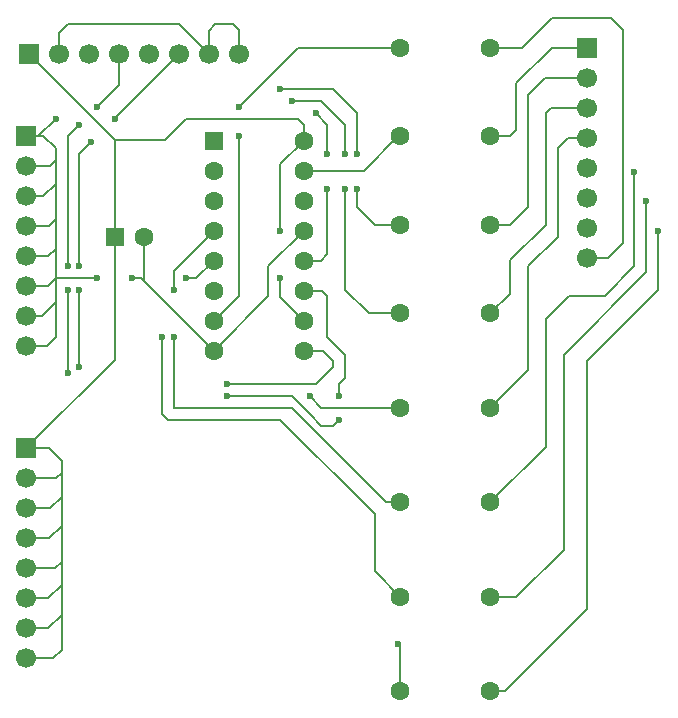
<source format=gbr>
%TF.GenerationSoftware,KiCad,Pcbnew,9.0.4*%
%TF.CreationDate,2025-09-14T11:05:21+01:00*%
%TF.ProjectId,sipo,7369706f-2e6b-4696-9361-645f70636258,rev?*%
%TF.SameCoordinates,Original*%
%TF.FileFunction,Copper,L1,Top*%
%TF.FilePolarity,Positive*%
%FSLAX46Y46*%
G04 Gerber Fmt 4.6, Leading zero omitted, Abs format (unit mm)*
G04 Created by KiCad (PCBNEW 9.0.4) date 2025-09-14 11:05:21*
%MOMM*%
%LPD*%
G01*
G04 APERTURE LIST*
G04 Aperture macros list*
%AMRoundRect*
0 Rectangle with rounded corners*
0 $1 Rounding radius*
0 $2 $3 $4 $5 $6 $7 $8 $9 X,Y pos of 4 corners*
0 Add a 4 corners polygon primitive as box body*
4,1,4,$2,$3,$4,$5,$6,$7,$8,$9,$2,$3,0*
0 Add four circle primitives for the rounded corners*
1,1,$1+$1,$2,$3*
1,1,$1+$1,$4,$5*
1,1,$1+$1,$6,$7*
1,1,$1+$1,$8,$9*
0 Add four rect primitives between the rounded corners*
20,1,$1+$1,$2,$3,$4,$5,0*
20,1,$1+$1,$4,$5,$6,$7,0*
20,1,$1+$1,$6,$7,$8,$9,0*
20,1,$1+$1,$8,$9,$2,$3,0*%
G04 Aperture macros list end*
%TA.AperFunction,ComponentPad*%
%ADD10RoundRect,0.250000X-0.550000X-0.550000X0.550000X-0.550000X0.550000X0.550000X-0.550000X0.550000X0*%
%TD*%
%TA.AperFunction,ComponentPad*%
%ADD11C,1.600000*%
%TD*%
%TA.AperFunction,ComponentPad*%
%ADD12R,1.700000X1.700000*%
%TD*%
%TA.AperFunction,ComponentPad*%
%ADD13C,1.700000*%
%TD*%
%TA.AperFunction,ViaPad*%
%ADD14C,0.600000*%
%TD*%
%TA.AperFunction,Conductor*%
%ADD15C,0.200000*%
%TD*%
G04 APERTURE END LIST*
D10*
%TO.P,C1,1*%
%TO.N,+3.3V*%
X111500000Y-74500000D03*
D11*
%TO.P,C1,2*%
%TO.N,GND*%
X114000000Y-74500000D03*
%TD*%
D12*
%TO.P,J4,1,Pin_1*%
%TO.N,+3.3V*%
X104000000Y-92420000D03*
D13*
%TO.P,J4,2,Pin_2*%
X104000000Y-94960000D03*
%TO.P,J4,3,Pin_3*%
X104000000Y-97500000D03*
%TO.P,J4,4,Pin_4*%
X104000000Y-100040000D03*
%TO.P,J4,5,Pin_5*%
X104000000Y-102580000D03*
%TO.P,J4,6,Pin_6*%
X104000000Y-105120000D03*
%TO.P,J4,7,Pin_7*%
X104000000Y-107660000D03*
%TO.P,J4,8,Pin_8*%
X104000000Y-110200000D03*
%TD*%
D12*
%TO.P,J3,1,Pin_1*%
%TO.N,GND*%
X104000000Y-65960000D03*
D13*
%TO.P,J3,2,Pin_2*%
X104000000Y-68500000D03*
%TO.P,J3,3,Pin_3*%
X104000000Y-71040000D03*
%TO.P,J3,4,Pin_4*%
X104000000Y-73580000D03*
%TO.P,J3,5,Pin_5*%
X104000000Y-76120000D03*
%TO.P,J3,6,Pin_6*%
X104000000Y-78660000D03*
%TO.P,J3,7,Pin_7*%
X104000000Y-81200000D03*
%TO.P,J3,8,Pin_8*%
X104000000Y-83740000D03*
%TD*%
D12*
%TO.P,J2,1,Pin_1*%
%TO.N,Net-(J2-Pin_1)*%
X151500000Y-58500000D03*
D13*
%TO.P,J2,2,Pin_2*%
%TO.N,Net-(J2-Pin_2)*%
X151500000Y-61040000D03*
%TO.P,J2,3,Pin_3*%
%TO.N,Net-(J2-Pin_3)*%
X151500000Y-63580000D03*
%TO.P,J2,4,Pin_4*%
%TO.N,Net-(J2-Pin_4)*%
X151500000Y-66120000D03*
%TO.P,J2,5,Pin_5*%
%TO.N,Net-(J2-Pin_5)*%
X151500000Y-68660000D03*
%TO.P,J2,6,Pin_6*%
%TO.N,Net-(J2-Pin_6)*%
X151500000Y-71200000D03*
%TO.P,J2,7,Pin_7*%
%TO.N,Net-(J2-Pin_7)*%
X151500000Y-73740000D03*
%TO.P,J2,8,Pin_8*%
%TO.N,Net-(J2-Pin_8)*%
X151500000Y-76280000D03*
%TD*%
D12*
%TO.P,J1,1,Pin_1*%
%TO.N,+3.3V*%
X104220000Y-59000000D03*
D13*
%TO.P,J1,2,Pin_2*%
%TO.N,GND*%
X106760000Y-59000000D03*
%TO.P,J1,3,Pin_3*%
%TO.N,Net-(J1-Pin_3)*%
X109300000Y-59000000D03*
%TO.P,J1,4,Pin_4*%
%TO.N,Net-(J1-Pin_4)*%
X111840000Y-59000000D03*
%TO.P,J1,5,Pin_5*%
%TO.N,Net-(J1-Pin_5)*%
X114380000Y-59000000D03*
%TO.P,J1,6,Pin_6*%
%TO.N,Net-(J1-Pin_6)*%
X116920000Y-59000000D03*
%TO.P,J1,7,Pin_7*%
%TO.N,GND*%
X119460000Y-59000000D03*
%TO.P,J1,8,Pin_8*%
X122000000Y-59000000D03*
%TD*%
D10*
%TO.P,U1,1,QB*%
%TO.N,Net-(U1-QB)*%
X119880000Y-66380000D03*
D11*
%TO.P,U1,2,QC*%
%TO.N,Net-(U1-QC)*%
X119880000Y-68920000D03*
%TO.P,U1,3,QD*%
%TO.N,Net-(U1-QD)*%
X119880000Y-71460000D03*
%TO.P,U1,4,QE*%
%TO.N,Net-(U1-QE)*%
X119880000Y-74000000D03*
%TO.P,U1,5,QF*%
%TO.N,Net-(U1-QF)*%
X119880000Y-76540000D03*
%TO.P,U1,6,QG*%
%TO.N,Net-(U1-QG)*%
X119880000Y-79080000D03*
%TO.P,U1,7,QH*%
%TO.N,Net-(U1-QH)*%
X119880000Y-81620000D03*
%TO.P,U1,8,GND*%
%TO.N,GND*%
X119880000Y-84160000D03*
%TO.P,U1,9,QH'*%
%TO.N,Net-(J1-Pin_6)*%
X127500000Y-84160000D03*
%TO.P,U1,10,~{SRCLR}*%
%TO.N,+3.3V*%
X127500000Y-81620000D03*
%TO.P,U1,11,SRCLK*%
%TO.N,Net-(J1-Pin_4)*%
X127500000Y-79080000D03*
%TO.P,U1,12,RCLK*%
%TO.N,Net-(J1-Pin_5)*%
X127500000Y-76540000D03*
%TO.P,U1,13,~{OE}*%
%TO.N,GND*%
X127500000Y-74000000D03*
%TO.P,U1,14,SER*%
%TO.N,Net-(J1-Pin_3)*%
X127500000Y-71460000D03*
%TO.P,U1,15,QA*%
%TO.N,Net-(U1-QA)*%
X127500000Y-68920000D03*
%TO.P,U1,16,VCC*%
%TO.N,+3.3V*%
X127500000Y-66380000D03*
%TD*%
%TO.P,R8,1*%
%TO.N,Net-(U1-QG)*%
X135690000Y-113000000D03*
%TO.P,R8,2*%
%TO.N,Net-(J2-Pin_7)*%
X143310000Y-113000000D03*
%TD*%
%TO.P,R7,1*%
%TO.N,Net-(U1-QF)*%
X135690000Y-105000000D03*
%TO.P,R7,2*%
%TO.N,Net-(J2-Pin_6)*%
X143310000Y-105000000D03*
%TD*%
%TO.P,R6,1*%
%TO.N,Net-(U1-QE)*%
X135690000Y-97000000D03*
%TO.P,R6,2*%
%TO.N,Net-(J2-Pin_5)*%
X143310000Y-97000000D03*
%TD*%
%TO.P,R5,1*%
%TO.N,Net-(U1-QD)*%
X135690000Y-89000000D03*
%TO.P,R5,2*%
%TO.N,Net-(J2-Pin_4)*%
X143310000Y-89000000D03*
%TD*%
%TO.P,R4,1*%
%TO.N,Net-(U1-QC)*%
X135690000Y-81000000D03*
%TO.P,R4,2*%
%TO.N,Net-(J2-Pin_3)*%
X143310000Y-81000000D03*
%TD*%
%TO.P,R3,1*%
%TO.N,Net-(U1-QB)*%
X135690000Y-73500000D03*
%TO.P,R3,2*%
%TO.N,Net-(J2-Pin_2)*%
X143310000Y-73500000D03*
%TD*%
%TO.P,R2,1*%
%TO.N,Net-(U1-QA)*%
X135690000Y-66000000D03*
%TO.P,R2,2*%
%TO.N,Net-(J2-Pin_1)*%
X143310000Y-66000000D03*
%TD*%
%TO.P,R1,1*%
%TO.N,Net-(U1-QH)*%
X135690000Y-58500000D03*
%TO.P,R1,2*%
%TO.N,Net-(J2-Pin_8)*%
X143310000Y-58500000D03*
%TD*%
D14*
%TO.N,+3.3V*%
X125500000Y-74000000D03*
X125500000Y-78000000D03*
%TO.N,Net-(J1-Pin_5)*%
X129500000Y-70500000D03*
X129500000Y-67500000D03*
X128500000Y-64000000D03*
%TO.N,Net-(J1-Pin_4)*%
X107500000Y-86000000D03*
X121000000Y-88000000D03*
X130500000Y-88000000D03*
X110000000Y-63500000D03*
X130500000Y-90000000D03*
X108500000Y-65000000D03*
X107500000Y-79000000D03*
X107500000Y-77000000D03*
%TO.N,Net-(J1-Pin_6)*%
X108500000Y-79000000D03*
X121000000Y-87000000D03*
X109500000Y-66500000D03*
X111500000Y-64500000D03*
X108500000Y-85500000D03*
X108500000Y-77000000D03*
%TO.N,Net-(U1-QB)*%
X132000000Y-67500000D03*
X132000000Y-70500000D03*
X125500000Y-62000000D03*
%TO.N,Net-(U1-QC)*%
X131000000Y-67500000D03*
X126500000Y-63000000D03*
X131000000Y-70500000D03*
%TO.N,Net-(U1-QD)*%
X128000000Y-88000000D03*
%TO.N,Net-(U1-QG)*%
X135500000Y-109000000D03*
%TO.N,Net-(U1-QF)*%
X115500000Y-83000000D03*
X117500000Y-78000000D03*
%TO.N,Net-(U1-QE)*%
X116500000Y-79000000D03*
X116500000Y-83000000D03*
%TO.N,Net-(U1-QH)*%
X122000000Y-66000000D03*
X122000000Y-63500000D03*
%TO.N,Net-(J2-Pin_7)*%
X157500000Y-74000000D03*
%TO.N,Net-(J2-Pin_6)*%
X156500000Y-71500000D03*
%TO.N,Net-(J2-Pin_5)*%
X155500000Y-69000000D03*
%TO.N,GND*%
X113000000Y-78000000D03*
X110000000Y-78000000D03*
X106500000Y-64500000D03*
%TD*%
D15*
%TO.N,+3.3V*%
X127500000Y-81620000D02*
X125500000Y-79620000D01*
X125500000Y-79620000D02*
X125500000Y-78000000D01*
X125500000Y-74000000D02*
X125500000Y-68380000D01*
X125500000Y-68380000D02*
X127500000Y-66380000D01*
%TO.N,Net-(J1-Pin_5)*%
X129500000Y-65000000D02*
X128500000Y-64000000D01*
X129500000Y-76000000D02*
X129500000Y-70500000D01*
X128960000Y-76540000D02*
X129500000Y-76000000D01*
X127500000Y-76540000D02*
X128960000Y-76540000D01*
X129500000Y-67500000D02*
X129500000Y-65000000D01*
%TO.N,Net-(J1-Pin_4)*%
X127500000Y-79080000D02*
X129080000Y-79080000D01*
X131000000Y-86500000D02*
X130500000Y-87000000D01*
X129080000Y-79080000D02*
X129500000Y-79500000D01*
X129500000Y-79500000D02*
X129500000Y-83000000D01*
X129500000Y-83000000D02*
X131000000Y-84500000D01*
X131000000Y-84500000D02*
X131000000Y-86500000D01*
X130500000Y-87000000D02*
X130500000Y-88000000D01*
X107500000Y-66000000D02*
X107500000Y-66500000D01*
X129000000Y-90500000D02*
X130000000Y-90500000D01*
X107500000Y-79000000D02*
X107500000Y-86000000D01*
X111840000Y-61660000D02*
X111500000Y-62000000D01*
X111500000Y-62000000D02*
X110000000Y-63500000D01*
X126500000Y-88000000D02*
X128000000Y-89500000D01*
X121000000Y-88000000D02*
X126500000Y-88000000D01*
X108500000Y-65000000D02*
X107500000Y-66000000D01*
X128000000Y-89500000D02*
X129000000Y-90500000D01*
X107500000Y-66500000D02*
X107500000Y-77000000D01*
X130000000Y-90500000D02*
X130500000Y-90000000D01*
X111840000Y-59000000D02*
X111840000Y-61660000D01*
%TO.N,Net-(J1-Pin_6)*%
X130000000Y-85500000D02*
X130000000Y-85000000D01*
X111500000Y-64420000D02*
X111500000Y-64500000D01*
X130000000Y-85000000D02*
X129160000Y-84160000D01*
X108500000Y-79000000D02*
X108500000Y-85500000D01*
X109500000Y-66500000D02*
X108500000Y-67500000D01*
X116920000Y-59000000D02*
X111500000Y-64420000D01*
X129160000Y-84160000D02*
X127500000Y-84160000D01*
X128500000Y-87000000D02*
X130000000Y-85500000D01*
X108500000Y-67500000D02*
X108500000Y-77000000D01*
X121000000Y-87000000D02*
X128500000Y-87000000D01*
%TO.N,Net-(U1-QB)*%
X132000000Y-67500000D02*
X132000000Y-64000000D01*
X135690000Y-73500000D02*
X133500000Y-73500000D01*
X133500000Y-73500000D02*
X132000000Y-72000000D01*
X132000000Y-72000000D02*
X132000000Y-70500000D01*
X130000000Y-62000000D02*
X125500000Y-62000000D01*
X131000000Y-63000000D02*
X130000000Y-62000000D01*
X132000000Y-64000000D02*
X131000000Y-63000000D01*
%TO.N,Net-(U1-QC)*%
X133000000Y-81000000D02*
X131000000Y-79000000D01*
X131000000Y-65000000D02*
X129000000Y-63000000D01*
X129000000Y-63000000D02*
X126500000Y-63000000D01*
X131000000Y-79000000D02*
X131000000Y-70500000D01*
X131000000Y-67500000D02*
X131000000Y-65000000D01*
X135690000Y-81000000D02*
X133000000Y-81000000D01*
%TO.N,Net-(U1-QD)*%
X129000000Y-89000000D02*
X128000000Y-88000000D01*
X135690000Y-89000000D02*
X129000000Y-89000000D01*
%TO.N,GND*%
X119880000Y-84160000D02*
X124500000Y-79540000D01*
X124500000Y-79540000D02*
X124500000Y-77000000D01*
X124500000Y-77000000D02*
X127500000Y-74000000D01*
%TO.N,Net-(U1-QG)*%
X135690000Y-109190000D02*
X135500000Y-109000000D01*
X135690000Y-113000000D02*
X135690000Y-109190000D01*
%TO.N,Net-(U1-QF)*%
X115500000Y-89500000D02*
X115500000Y-88500000D01*
X117500000Y-78000000D02*
X118420000Y-78000000D01*
X116000000Y-90000000D02*
X115500000Y-89500000D01*
X135690000Y-105000000D02*
X133500000Y-102810000D01*
X115500000Y-88500000D02*
X115500000Y-83000000D01*
X133500000Y-102000000D02*
X133500000Y-98000000D01*
X133500000Y-102810000D02*
X133500000Y-102000000D01*
X133000000Y-97500000D02*
X125500000Y-90000000D01*
X125500000Y-90000000D02*
X116000000Y-90000000D01*
X133500000Y-98000000D02*
X133000000Y-97500000D01*
X118420000Y-78000000D02*
X119880000Y-76540000D01*
%TO.N,Net-(U1-QE)*%
X116500000Y-79000000D02*
X116500000Y-77380000D01*
X126500000Y-89000000D02*
X116500000Y-89000000D01*
X135690000Y-97000000D02*
X134500000Y-97000000D01*
X134500000Y-97000000D02*
X126500000Y-89000000D01*
X116500000Y-89000000D02*
X116500000Y-83000000D01*
X116500000Y-77380000D02*
X119880000Y-74000000D01*
%TO.N,Net-(U1-QA)*%
X135690000Y-66000000D02*
X135500000Y-66000000D01*
X135500000Y-66000000D02*
X132580000Y-68920000D01*
X132580000Y-68920000D02*
X127500000Y-68920000D01*
%TO.N,Net-(U1-QH)*%
X135690000Y-58500000D02*
X127000000Y-58500000D01*
X127000000Y-58500000D02*
X122000000Y-63500000D01*
X122000000Y-66000000D02*
X122000000Y-79500000D01*
X122000000Y-79500000D02*
X119880000Y-81620000D01*
%TO.N,Net-(J2-Pin_6)*%
X156500000Y-71500000D02*
X156500000Y-77500000D01*
X156500000Y-77500000D02*
X149500000Y-84500000D01*
X149500000Y-84500000D02*
X149500000Y-101000000D01*
X149500000Y-101000000D02*
X145500000Y-105000000D01*
X145500000Y-105000000D02*
X143310000Y-105000000D01*
%TO.N,Net-(J2-Pin_7)*%
X157500000Y-74000000D02*
X157500000Y-79000000D01*
X157500000Y-79000000D02*
X151500000Y-85000000D01*
X151500000Y-85000000D02*
X151500000Y-106000000D01*
X151500000Y-106000000D02*
X144500000Y-113000000D01*
X144500000Y-113000000D02*
X143310000Y-113000000D01*
%TO.N,Net-(J2-Pin_5)*%
X155500000Y-69000000D02*
X155500000Y-77000000D01*
X155500000Y-77000000D02*
X153000000Y-79500000D01*
X153000000Y-79500000D02*
X150000000Y-79500000D01*
X150000000Y-79500000D02*
X148000000Y-81500000D01*
X148000000Y-81500000D02*
X148000000Y-92310000D01*
X148000000Y-92310000D02*
X143310000Y-97000000D01*
%TO.N,Net-(J2-Pin_8)*%
X143310000Y-58500000D02*
X146000000Y-58500000D01*
X146000000Y-58500000D02*
X148500000Y-56000000D01*
X148500000Y-56000000D02*
X153500000Y-56000000D01*
X153500000Y-56000000D02*
X154500000Y-57000000D01*
X154500000Y-57000000D02*
X154500000Y-75000000D01*
X154500000Y-75000000D02*
X153220000Y-76280000D01*
X153220000Y-76280000D02*
X151500000Y-76280000D01*
%TO.N,Net-(J2-Pin_4)*%
X151500000Y-66120000D02*
X149880000Y-66120000D01*
X146500000Y-85810000D02*
X143310000Y-89000000D01*
X149880000Y-66120000D02*
X149000000Y-67000000D01*
X149000000Y-67000000D02*
X149000000Y-74500000D01*
X149000000Y-74500000D02*
X146500000Y-77000000D01*
X146500000Y-77000000D02*
X146500000Y-85810000D01*
%TO.N,Net-(J2-Pin_3)*%
X151500000Y-63580000D02*
X148420000Y-63580000D01*
X148420000Y-63580000D02*
X148000000Y-64000000D01*
X148000000Y-64000000D02*
X148000000Y-73500000D01*
X148000000Y-73500000D02*
X145000000Y-76500000D01*
X145000000Y-76500000D02*
X145000000Y-79310000D01*
X145000000Y-79310000D02*
X143310000Y-81000000D01*
%TO.N,Net-(J2-Pin_2)*%
X143310000Y-73500000D02*
X145000000Y-73500000D01*
X145000000Y-73500000D02*
X146500000Y-72000000D01*
X146500000Y-72000000D02*
X146500000Y-62500000D01*
X146500000Y-62500000D02*
X147960000Y-61040000D01*
X147960000Y-61040000D02*
X151500000Y-61040000D01*
%TO.N,Net-(J2-Pin_1)*%
X145500000Y-61500000D02*
X148500000Y-58500000D01*
X145500000Y-65500000D02*
X145500000Y-61500000D01*
X143310000Y-66000000D02*
X145000000Y-66000000D01*
X148500000Y-58500000D02*
X151500000Y-58500000D01*
X145000000Y-66000000D02*
X145500000Y-65500000D01*
%TO.N,+3.3V*%
X111500000Y-66280000D02*
X115720000Y-66280000D01*
X115720000Y-66280000D02*
X117500000Y-64500000D01*
X117500000Y-64500000D02*
X127000000Y-64500000D01*
X127000000Y-64500000D02*
X127500000Y-65000000D01*
X127500000Y-65000000D02*
X127500000Y-66380000D01*
%TO.N,GND*%
X119460000Y-59000000D02*
X117000000Y-56540000D01*
X117000000Y-56540000D02*
X117000000Y-56500000D01*
X117000000Y-56500000D02*
X107500000Y-56500000D01*
X107500000Y-56500000D02*
X106760000Y-57240000D01*
X106760000Y-57240000D02*
X106760000Y-59000000D01*
X122000000Y-59000000D02*
X122000000Y-57000000D01*
X122000000Y-57000000D02*
X121500000Y-56500000D01*
X121500000Y-56500000D02*
X120000000Y-56500000D01*
X120000000Y-56500000D02*
X119460000Y-57040000D01*
X119460000Y-57040000D02*
X119460000Y-59000000D01*
X113000000Y-78000000D02*
X113720000Y-78000000D01*
X113720000Y-78000000D02*
X114000000Y-78280000D01*
X106500000Y-78000000D02*
X110000000Y-78000000D01*
X114000000Y-74500000D02*
X114000000Y-78280000D01*
X114000000Y-78280000D02*
X119880000Y-84160000D01*
%TO.N,+3.3V*%
X107000000Y-106500000D02*
X107000000Y-109500000D01*
X107000000Y-109500000D02*
X106300000Y-110200000D01*
X106300000Y-110200000D02*
X104000000Y-110200000D01*
X107000000Y-104000000D02*
X107000000Y-106500000D01*
X107000000Y-106500000D02*
X105840000Y-107660000D01*
X105840000Y-107660000D02*
X104000000Y-107660000D01*
X107000000Y-102000000D02*
X107000000Y-104000000D01*
X105880000Y-105120000D02*
X104000000Y-105120000D01*
X107000000Y-104000000D02*
X105880000Y-105120000D01*
X107000000Y-99000000D02*
X107000000Y-102000000D01*
X107000000Y-102000000D02*
X106420000Y-102580000D01*
X106420000Y-102580000D02*
X104000000Y-102580000D01*
X107000000Y-96500000D02*
X107000000Y-99000000D01*
X107000000Y-99000000D02*
X105960000Y-100040000D01*
X105960000Y-100040000D02*
X104000000Y-100040000D01*
X107000000Y-94500000D02*
X107000000Y-96500000D01*
X107000000Y-96500000D02*
X106000000Y-97500000D01*
X106000000Y-97500000D02*
X104000000Y-97500000D01*
X107000000Y-93500000D02*
X107000000Y-94500000D01*
X104000000Y-92420000D02*
X105920000Y-92420000D01*
X107000000Y-94500000D02*
X106540000Y-94960000D01*
X105920000Y-92420000D02*
X107000000Y-93500000D01*
X106540000Y-94960000D02*
X104000000Y-94960000D01*
X111500000Y-74500000D02*
X111500000Y-84920000D01*
X111500000Y-84920000D02*
X104000000Y-92420000D01*
%TO.N,GND*%
X106500000Y-80000000D02*
X106500000Y-83000000D01*
X106500000Y-83000000D02*
X105760000Y-83740000D01*
X105760000Y-83740000D02*
X104000000Y-83740000D01*
X106500000Y-78000000D02*
X106500000Y-80000000D01*
X106500000Y-80000000D02*
X105300000Y-81200000D01*
X105300000Y-81200000D02*
X104000000Y-81200000D01*
X106500000Y-75500000D02*
X106500000Y-78000000D01*
X106500000Y-78000000D02*
X105840000Y-78660000D01*
X105840000Y-78660000D02*
X104000000Y-78660000D01*
X106500000Y-73000000D02*
X106500000Y-75500000D01*
X106500000Y-75500000D02*
X105880000Y-76120000D01*
X105880000Y-76120000D02*
X104000000Y-76120000D01*
X106500000Y-70000000D02*
X106500000Y-73000000D01*
X106500000Y-73000000D02*
X105920000Y-73580000D01*
X105920000Y-73580000D02*
X104000000Y-73580000D01*
X106500000Y-68000000D02*
X106500000Y-70000000D01*
X106500000Y-70000000D02*
X105460000Y-71040000D01*
X105460000Y-71040000D02*
X104000000Y-71040000D01*
X106500000Y-67000000D02*
X106500000Y-68000000D01*
X106500000Y-68000000D02*
X106000000Y-68500000D01*
X106000000Y-68500000D02*
X104000000Y-68500000D01*
X105460000Y-65960000D02*
X106500000Y-67000000D01*
X104000000Y-65960000D02*
X105460000Y-65960000D01*
X105040000Y-65960000D02*
X106500000Y-64500000D01*
X104000000Y-65960000D02*
X105040000Y-65960000D01*
%TO.N,+3.3V*%
X104220000Y-59000000D02*
X111500000Y-66280000D01*
X111500000Y-66280000D02*
X111500000Y-74500000D01*
%TD*%
M02*

</source>
